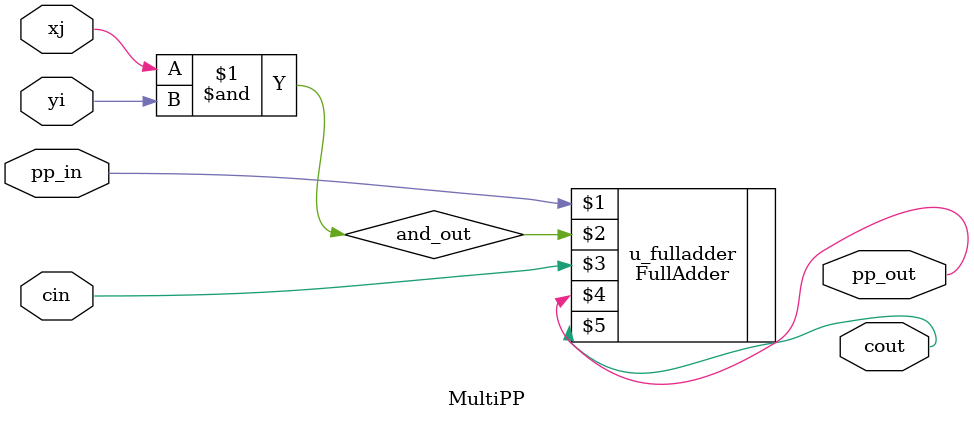
<source format=v>
module MultiPP(pp_in,xj,yi,cin,pp_out,cout);
input pp_in;
	input xj;
	input yi;
	input cin;
	output pp_out;
	output cout;
	wire and_out=xj&yi;
    FullAdder u_fulladder(pp_in,and_out,cin,pp_out,cout);
endmodule

</source>
